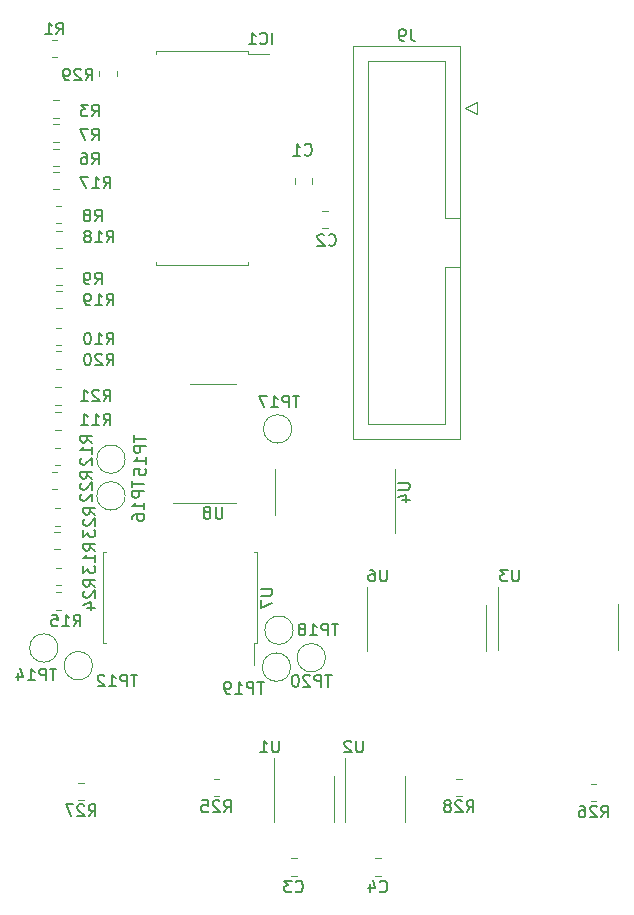
<source format=gbr>
%TF.GenerationSoftware,KiCad,Pcbnew,(6.0.1)*%
%TF.CreationDate,2022-02-13T18:41:53+00:00*%
%TF.ProjectId,module-io,6d6f6475-6c65-42d6-996f-2e6b69636164,rev?*%
%TF.SameCoordinates,Original*%
%TF.FileFunction,Legend,Bot*%
%TF.FilePolarity,Positive*%
%FSLAX46Y46*%
G04 Gerber Fmt 4.6, Leading zero omitted, Abs format (unit mm)*
G04 Created by KiCad (PCBNEW (6.0.1)) date 2022-02-13 18:41:53*
%MOMM*%
%LPD*%
G01*
G04 APERTURE LIST*
%ADD10C,0.150000*%
%ADD11C,0.120000*%
G04 APERTURE END LIST*
D10*
%TO.C,C1*%
X152036666Y-38467142D02*
X152084285Y-38514761D01*
X152227142Y-38562380D01*
X152322380Y-38562380D01*
X152465238Y-38514761D01*
X152560476Y-38419523D01*
X152608095Y-38324285D01*
X152655714Y-38133809D01*
X152655714Y-37990952D01*
X152608095Y-37800476D01*
X152560476Y-37705238D01*
X152465238Y-37610000D01*
X152322380Y-37562380D01*
X152227142Y-37562380D01*
X152084285Y-37610000D01*
X152036666Y-37657619D01*
X151084285Y-38562380D02*
X151655714Y-38562380D01*
X151370000Y-38562380D02*
X151370000Y-37562380D01*
X151465238Y-37705238D01*
X151560476Y-37800476D01*
X151655714Y-37848095D01*
%TO.C,C2*%
X154066666Y-46107142D02*
X154114285Y-46154761D01*
X154257142Y-46202380D01*
X154352380Y-46202380D01*
X154495238Y-46154761D01*
X154590476Y-46059523D01*
X154638095Y-45964285D01*
X154685714Y-45773809D01*
X154685714Y-45630952D01*
X154638095Y-45440476D01*
X154590476Y-45345238D01*
X154495238Y-45250000D01*
X154352380Y-45202380D01*
X154257142Y-45202380D01*
X154114285Y-45250000D01*
X154066666Y-45297619D01*
X153685714Y-45297619D02*
X153638095Y-45250000D01*
X153542857Y-45202380D01*
X153304761Y-45202380D01*
X153209523Y-45250000D01*
X153161904Y-45297619D01*
X153114285Y-45392857D01*
X153114285Y-45488095D01*
X153161904Y-45630952D01*
X153733333Y-46202380D01*
X153114285Y-46202380D01*
%TO.C,C3*%
X151275166Y-100843142D02*
X151322785Y-100890761D01*
X151465642Y-100938380D01*
X151560880Y-100938380D01*
X151703738Y-100890761D01*
X151798976Y-100795523D01*
X151846595Y-100700285D01*
X151894214Y-100509809D01*
X151894214Y-100366952D01*
X151846595Y-100176476D01*
X151798976Y-100081238D01*
X151703738Y-99986000D01*
X151560880Y-99938380D01*
X151465642Y-99938380D01*
X151322785Y-99986000D01*
X151275166Y-100033619D01*
X150941833Y-99938380D02*
X150322785Y-99938380D01*
X150656119Y-100319333D01*
X150513261Y-100319333D01*
X150418023Y-100366952D01*
X150370404Y-100414571D01*
X150322785Y-100509809D01*
X150322785Y-100747904D01*
X150370404Y-100843142D01*
X150418023Y-100890761D01*
X150513261Y-100938380D01*
X150798976Y-100938380D01*
X150894214Y-100890761D01*
X150941833Y-100843142D01*
%TO.C,C4*%
X158408666Y-100843142D02*
X158456285Y-100890761D01*
X158599142Y-100938380D01*
X158694380Y-100938380D01*
X158837238Y-100890761D01*
X158932476Y-100795523D01*
X158980095Y-100700285D01*
X159027714Y-100509809D01*
X159027714Y-100366952D01*
X158980095Y-100176476D01*
X158932476Y-100081238D01*
X158837238Y-99986000D01*
X158694380Y-99938380D01*
X158599142Y-99938380D01*
X158456285Y-99986000D01*
X158408666Y-100033619D01*
X157551523Y-100271714D02*
X157551523Y-100938380D01*
X157789619Y-99890761D02*
X158027714Y-100605047D01*
X157408666Y-100605047D01*
%TO.C,IC1*%
X149312190Y-29154380D02*
X149312190Y-28154380D01*
X148264571Y-29059142D02*
X148312190Y-29106761D01*
X148455047Y-29154380D01*
X148550285Y-29154380D01*
X148693142Y-29106761D01*
X148788380Y-29011523D01*
X148836000Y-28916285D01*
X148883619Y-28725809D01*
X148883619Y-28582952D01*
X148836000Y-28392476D01*
X148788380Y-28297238D01*
X148693142Y-28202000D01*
X148550285Y-28154380D01*
X148455047Y-28154380D01*
X148312190Y-28202000D01*
X148264571Y-28249619D01*
X147312190Y-29154380D02*
X147883619Y-29154380D01*
X147597904Y-29154380D02*
X147597904Y-28154380D01*
X147693142Y-28297238D01*
X147788380Y-28392476D01*
X147883619Y-28440095D01*
%TO.C,J9*%
X161003333Y-27852380D02*
X161003333Y-28566666D01*
X161050952Y-28709523D01*
X161146190Y-28804761D01*
X161289047Y-28852380D01*
X161384285Y-28852380D01*
X160479523Y-28852380D02*
X160289047Y-28852380D01*
X160193809Y-28804761D01*
X160146190Y-28757142D01*
X160050952Y-28614285D01*
X160003333Y-28423809D01*
X160003333Y-28042857D01*
X160050952Y-27947619D01*
X160098571Y-27900000D01*
X160193809Y-27852380D01*
X160384285Y-27852380D01*
X160479523Y-27900000D01*
X160527142Y-27947619D01*
X160574761Y-28042857D01*
X160574761Y-28280952D01*
X160527142Y-28376190D01*
X160479523Y-28423809D01*
X160384285Y-28471428D01*
X160193809Y-28471428D01*
X160098571Y-28423809D01*
X160050952Y-28376190D01*
X160003333Y-28280952D01*
%TO.C,R1*%
X131016666Y-28302380D02*
X131350000Y-27826190D01*
X131588095Y-28302380D02*
X131588095Y-27302380D01*
X131207142Y-27302380D01*
X131111904Y-27350000D01*
X131064285Y-27397619D01*
X131016666Y-27492857D01*
X131016666Y-27635714D01*
X131064285Y-27730952D01*
X131111904Y-27778571D01*
X131207142Y-27826190D01*
X131588095Y-27826190D01*
X130064285Y-28302380D02*
X130635714Y-28302380D01*
X130350000Y-28302380D02*
X130350000Y-27302380D01*
X130445238Y-27445238D01*
X130540476Y-27540476D01*
X130635714Y-27588095D01*
%TO.C,R3*%
X134024666Y-35250380D02*
X134358000Y-34774190D01*
X134596095Y-35250380D02*
X134596095Y-34250380D01*
X134215142Y-34250380D01*
X134119904Y-34298000D01*
X134072285Y-34345619D01*
X134024666Y-34440857D01*
X134024666Y-34583714D01*
X134072285Y-34678952D01*
X134119904Y-34726571D01*
X134215142Y-34774190D01*
X134596095Y-34774190D01*
X133691333Y-34250380D02*
X133072285Y-34250380D01*
X133405619Y-34631333D01*
X133262761Y-34631333D01*
X133167523Y-34678952D01*
X133119904Y-34726571D01*
X133072285Y-34821809D01*
X133072285Y-35059904D01*
X133119904Y-35155142D01*
X133167523Y-35202761D01*
X133262761Y-35250380D01*
X133548476Y-35250380D01*
X133643714Y-35202761D01*
X133691333Y-35155142D01*
%TO.C,R7*%
X134024666Y-37282380D02*
X134358000Y-36806190D01*
X134596095Y-37282380D02*
X134596095Y-36282380D01*
X134215142Y-36282380D01*
X134119904Y-36330000D01*
X134072285Y-36377619D01*
X134024666Y-36472857D01*
X134024666Y-36615714D01*
X134072285Y-36710952D01*
X134119904Y-36758571D01*
X134215142Y-36806190D01*
X134596095Y-36806190D01*
X133691333Y-36282380D02*
X133024666Y-36282380D01*
X133453238Y-37282380D01*
%TO.C,R8*%
X134278666Y-44140380D02*
X134612000Y-43664190D01*
X134850095Y-44140380D02*
X134850095Y-43140380D01*
X134469142Y-43140380D01*
X134373904Y-43188000D01*
X134326285Y-43235619D01*
X134278666Y-43330857D01*
X134278666Y-43473714D01*
X134326285Y-43568952D01*
X134373904Y-43616571D01*
X134469142Y-43664190D01*
X134850095Y-43664190D01*
X133707238Y-43568952D02*
X133802476Y-43521333D01*
X133850095Y-43473714D01*
X133897714Y-43378476D01*
X133897714Y-43330857D01*
X133850095Y-43235619D01*
X133802476Y-43188000D01*
X133707238Y-43140380D01*
X133516761Y-43140380D01*
X133421523Y-43188000D01*
X133373904Y-43235619D01*
X133326285Y-43330857D01*
X133326285Y-43378476D01*
X133373904Y-43473714D01*
X133421523Y-43521333D01*
X133516761Y-43568952D01*
X133707238Y-43568952D01*
X133802476Y-43616571D01*
X133850095Y-43664190D01*
X133897714Y-43759428D01*
X133897714Y-43949904D01*
X133850095Y-44045142D01*
X133802476Y-44092761D01*
X133707238Y-44140380D01*
X133516761Y-44140380D01*
X133421523Y-44092761D01*
X133373904Y-44045142D01*
X133326285Y-43949904D01*
X133326285Y-43759428D01*
X133373904Y-43664190D01*
X133421523Y-43616571D01*
X133516761Y-43568952D01*
%TO.C,R9*%
X134278666Y-49474380D02*
X134612000Y-48998190D01*
X134850095Y-49474380D02*
X134850095Y-48474380D01*
X134469142Y-48474380D01*
X134373904Y-48522000D01*
X134326285Y-48569619D01*
X134278666Y-48664857D01*
X134278666Y-48807714D01*
X134326285Y-48902952D01*
X134373904Y-48950571D01*
X134469142Y-48998190D01*
X134850095Y-48998190D01*
X133802476Y-49474380D02*
X133612000Y-49474380D01*
X133516761Y-49426761D01*
X133469142Y-49379142D01*
X133373904Y-49236285D01*
X133326285Y-49045809D01*
X133326285Y-48664857D01*
X133373904Y-48569619D01*
X133421523Y-48522000D01*
X133516761Y-48474380D01*
X133707238Y-48474380D01*
X133802476Y-48522000D01*
X133850095Y-48569619D01*
X133897714Y-48664857D01*
X133897714Y-48902952D01*
X133850095Y-48998190D01*
X133802476Y-49045809D01*
X133707238Y-49093428D01*
X133516761Y-49093428D01*
X133421523Y-49045809D01*
X133373904Y-48998190D01*
X133326285Y-48902952D01*
%TO.C,R10*%
X135262857Y-54554380D02*
X135596190Y-54078190D01*
X135834285Y-54554380D02*
X135834285Y-53554380D01*
X135453333Y-53554380D01*
X135358095Y-53602000D01*
X135310476Y-53649619D01*
X135262857Y-53744857D01*
X135262857Y-53887714D01*
X135310476Y-53982952D01*
X135358095Y-54030571D01*
X135453333Y-54078190D01*
X135834285Y-54078190D01*
X134310476Y-54554380D02*
X134881904Y-54554380D01*
X134596190Y-54554380D02*
X134596190Y-53554380D01*
X134691428Y-53697238D01*
X134786666Y-53792476D01*
X134881904Y-53840095D01*
X133691428Y-53554380D02*
X133596190Y-53554380D01*
X133500952Y-53602000D01*
X133453333Y-53649619D01*
X133405714Y-53744857D01*
X133358095Y-53935333D01*
X133358095Y-54173428D01*
X133405714Y-54363904D01*
X133453333Y-54459142D01*
X133500952Y-54506761D01*
X133596190Y-54554380D01*
X133691428Y-54554380D01*
X133786666Y-54506761D01*
X133834285Y-54459142D01*
X133881904Y-54363904D01*
X133929523Y-54173428D01*
X133929523Y-53935333D01*
X133881904Y-53744857D01*
X133834285Y-53649619D01*
X133786666Y-53602000D01*
X133691428Y-53554380D01*
%TO.C,R11*%
X135008857Y-61412380D02*
X135342190Y-60936190D01*
X135580285Y-61412380D02*
X135580285Y-60412380D01*
X135199333Y-60412380D01*
X135104095Y-60460000D01*
X135056476Y-60507619D01*
X135008857Y-60602857D01*
X135008857Y-60745714D01*
X135056476Y-60840952D01*
X135104095Y-60888571D01*
X135199333Y-60936190D01*
X135580285Y-60936190D01*
X134056476Y-61412380D02*
X134627904Y-61412380D01*
X134342190Y-61412380D02*
X134342190Y-60412380D01*
X134437428Y-60555238D01*
X134532666Y-60650476D01*
X134627904Y-60698095D01*
X133104095Y-61412380D02*
X133675523Y-61412380D01*
X133389809Y-61412380D02*
X133389809Y-60412380D01*
X133485047Y-60555238D01*
X133580285Y-60650476D01*
X133675523Y-60698095D01*
%TO.C,R12*%
X134052380Y-62857142D02*
X133576190Y-62523809D01*
X134052380Y-62285714D02*
X133052380Y-62285714D01*
X133052380Y-62666666D01*
X133100000Y-62761904D01*
X133147619Y-62809523D01*
X133242857Y-62857142D01*
X133385714Y-62857142D01*
X133480952Y-62809523D01*
X133528571Y-62761904D01*
X133576190Y-62666666D01*
X133576190Y-62285714D01*
X134052380Y-63809523D02*
X134052380Y-63238095D01*
X134052380Y-63523809D02*
X133052380Y-63523809D01*
X133195238Y-63428571D01*
X133290476Y-63333333D01*
X133338095Y-63238095D01*
X133147619Y-64190476D02*
X133100000Y-64238095D01*
X133052380Y-64333333D01*
X133052380Y-64571428D01*
X133100000Y-64666666D01*
X133147619Y-64714285D01*
X133242857Y-64761904D01*
X133338095Y-64761904D01*
X133480952Y-64714285D01*
X134052380Y-64142857D01*
X134052380Y-64761904D01*
%TO.C,R13*%
X134310380Y-72001142D02*
X133834190Y-71667809D01*
X134310380Y-71429714D02*
X133310380Y-71429714D01*
X133310380Y-71810666D01*
X133358000Y-71905904D01*
X133405619Y-71953523D01*
X133500857Y-72001142D01*
X133643714Y-72001142D01*
X133738952Y-71953523D01*
X133786571Y-71905904D01*
X133834190Y-71810666D01*
X133834190Y-71429714D01*
X134310380Y-72953523D02*
X134310380Y-72382095D01*
X134310380Y-72667809D02*
X133310380Y-72667809D01*
X133453238Y-72572571D01*
X133548476Y-72477333D01*
X133596095Y-72382095D01*
X133310380Y-73286857D02*
X133310380Y-73905904D01*
X133691333Y-73572571D01*
X133691333Y-73715428D01*
X133738952Y-73810666D01*
X133786571Y-73858285D01*
X133881809Y-73905904D01*
X134119904Y-73905904D01*
X134215142Y-73858285D01*
X134262761Y-73810666D01*
X134310380Y-73715428D01*
X134310380Y-73429714D01*
X134262761Y-73334476D01*
X134215142Y-73286857D01*
%TO.C,R15*%
X132468857Y-78430380D02*
X132802190Y-77954190D01*
X133040285Y-78430380D02*
X133040285Y-77430380D01*
X132659333Y-77430380D01*
X132564095Y-77478000D01*
X132516476Y-77525619D01*
X132468857Y-77620857D01*
X132468857Y-77763714D01*
X132516476Y-77858952D01*
X132564095Y-77906571D01*
X132659333Y-77954190D01*
X133040285Y-77954190D01*
X131516476Y-78430380D02*
X132087904Y-78430380D01*
X131802190Y-78430380D02*
X131802190Y-77430380D01*
X131897428Y-77573238D01*
X131992666Y-77668476D01*
X132087904Y-77716095D01*
X130611714Y-77430380D02*
X131087904Y-77430380D01*
X131135523Y-77906571D01*
X131087904Y-77858952D01*
X130992666Y-77811333D01*
X130754571Y-77811333D01*
X130659333Y-77858952D01*
X130611714Y-77906571D01*
X130564095Y-78001809D01*
X130564095Y-78239904D01*
X130611714Y-78335142D01*
X130659333Y-78382761D01*
X130754571Y-78430380D01*
X130992666Y-78430380D01*
X131087904Y-78382761D01*
X131135523Y-78335142D01*
%TO.C,R17*%
X135008857Y-41346380D02*
X135342190Y-40870190D01*
X135580285Y-41346380D02*
X135580285Y-40346380D01*
X135199333Y-40346380D01*
X135104095Y-40394000D01*
X135056476Y-40441619D01*
X135008857Y-40536857D01*
X135008857Y-40679714D01*
X135056476Y-40774952D01*
X135104095Y-40822571D01*
X135199333Y-40870190D01*
X135580285Y-40870190D01*
X134056476Y-41346380D02*
X134627904Y-41346380D01*
X134342190Y-41346380D02*
X134342190Y-40346380D01*
X134437428Y-40489238D01*
X134532666Y-40584476D01*
X134627904Y-40632095D01*
X133723142Y-40346380D02*
X133056476Y-40346380D01*
X133485047Y-41346380D01*
%TO.C,R18*%
X135262857Y-45918380D02*
X135596190Y-45442190D01*
X135834285Y-45918380D02*
X135834285Y-44918380D01*
X135453333Y-44918380D01*
X135358095Y-44966000D01*
X135310476Y-45013619D01*
X135262857Y-45108857D01*
X135262857Y-45251714D01*
X135310476Y-45346952D01*
X135358095Y-45394571D01*
X135453333Y-45442190D01*
X135834285Y-45442190D01*
X134310476Y-45918380D02*
X134881904Y-45918380D01*
X134596190Y-45918380D02*
X134596190Y-44918380D01*
X134691428Y-45061238D01*
X134786666Y-45156476D01*
X134881904Y-45204095D01*
X133739047Y-45346952D02*
X133834285Y-45299333D01*
X133881904Y-45251714D01*
X133929523Y-45156476D01*
X133929523Y-45108857D01*
X133881904Y-45013619D01*
X133834285Y-44966000D01*
X133739047Y-44918380D01*
X133548571Y-44918380D01*
X133453333Y-44966000D01*
X133405714Y-45013619D01*
X133358095Y-45108857D01*
X133358095Y-45156476D01*
X133405714Y-45251714D01*
X133453333Y-45299333D01*
X133548571Y-45346952D01*
X133739047Y-45346952D01*
X133834285Y-45394571D01*
X133881904Y-45442190D01*
X133929523Y-45537428D01*
X133929523Y-45727904D01*
X133881904Y-45823142D01*
X133834285Y-45870761D01*
X133739047Y-45918380D01*
X133548571Y-45918380D01*
X133453333Y-45870761D01*
X133405714Y-45823142D01*
X133358095Y-45727904D01*
X133358095Y-45537428D01*
X133405714Y-45442190D01*
X133453333Y-45394571D01*
X133548571Y-45346952D01*
%TO.C,R19*%
X135262857Y-51252380D02*
X135596190Y-50776190D01*
X135834285Y-51252380D02*
X135834285Y-50252380D01*
X135453333Y-50252380D01*
X135358095Y-50300000D01*
X135310476Y-50347619D01*
X135262857Y-50442857D01*
X135262857Y-50585714D01*
X135310476Y-50680952D01*
X135358095Y-50728571D01*
X135453333Y-50776190D01*
X135834285Y-50776190D01*
X134310476Y-51252380D02*
X134881904Y-51252380D01*
X134596190Y-51252380D02*
X134596190Y-50252380D01*
X134691428Y-50395238D01*
X134786666Y-50490476D01*
X134881904Y-50538095D01*
X133834285Y-51252380D02*
X133643809Y-51252380D01*
X133548571Y-51204761D01*
X133500952Y-51157142D01*
X133405714Y-51014285D01*
X133358095Y-50823809D01*
X133358095Y-50442857D01*
X133405714Y-50347619D01*
X133453333Y-50300000D01*
X133548571Y-50252380D01*
X133739047Y-50252380D01*
X133834285Y-50300000D01*
X133881904Y-50347619D01*
X133929523Y-50442857D01*
X133929523Y-50680952D01*
X133881904Y-50776190D01*
X133834285Y-50823809D01*
X133739047Y-50871428D01*
X133548571Y-50871428D01*
X133453333Y-50823809D01*
X133405714Y-50776190D01*
X133358095Y-50680952D01*
%TO.C,R20*%
X135262857Y-56332380D02*
X135596190Y-55856190D01*
X135834285Y-56332380D02*
X135834285Y-55332380D01*
X135453333Y-55332380D01*
X135358095Y-55380000D01*
X135310476Y-55427619D01*
X135262857Y-55522857D01*
X135262857Y-55665714D01*
X135310476Y-55760952D01*
X135358095Y-55808571D01*
X135453333Y-55856190D01*
X135834285Y-55856190D01*
X134881904Y-55427619D02*
X134834285Y-55380000D01*
X134739047Y-55332380D01*
X134500952Y-55332380D01*
X134405714Y-55380000D01*
X134358095Y-55427619D01*
X134310476Y-55522857D01*
X134310476Y-55618095D01*
X134358095Y-55760952D01*
X134929523Y-56332380D01*
X134310476Y-56332380D01*
X133691428Y-55332380D02*
X133596190Y-55332380D01*
X133500952Y-55380000D01*
X133453333Y-55427619D01*
X133405714Y-55522857D01*
X133358095Y-55713333D01*
X133358095Y-55951428D01*
X133405714Y-56141904D01*
X133453333Y-56237142D01*
X133500952Y-56284761D01*
X133596190Y-56332380D01*
X133691428Y-56332380D01*
X133786666Y-56284761D01*
X133834285Y-56237142D01*
X133881904Y-56141904D01*
X133929523Y-55951428D01*
X133929523Y-55713333D01*
X133881904Y-55522857D01*
X133834285Y-55427619D01*
X133786666Y-55380000D01*
X133691428Y-55332380D01*
%TO.C,R21*%
X135008857Y-59380380D02*
X135342190Y-58904190D01*
X135580285Y-59380380D02*
X135580285Y-58380380D01*
X135199333Y-58380380D01*
X135104095Y-58428000D01*
X135056476Y-58475619D01*
X135008857Y-58570857D01*
X135008857Y-58713714D01*
X135056476Y-58808952D01*
X135104095Y-58856571D01*
X135199333Y-58904190D01*
X135580285Y-58904190D01*
X134627904Y-58475619D02*
X134580285Y-58428000D01*
X134485047Y-58380380D01*
X134246952Y-58380380D01*
X134151714Y-58428000D01*
X134104095Y-58475619D01*
X134056476Y-58570857D01*
X134056476Y-58666095D01*
X134104095Y-58808952D01*
X134675523Y-59380380D01*
X134056476Y-59380380D01*
X133104095Y-59380380D02*
X133675523Y-59380380D01*
X133389809Y-59380380D02*
X133389809Y-58380380D01*
X133485047Y-58523238D01*
X133580285Y-58618476D01*
X133675523Y-58666095D01*
%TO.C,R22*%
X134056380Y-65905142D02*
X133580190Y-65571809D01*
X134056380Y-65333714D02*
X133056380Y-65333714D01*
X133056380Y-65714666D01*
X133104000Y-65809904D01*
X133151619Y-65857523D01*
X133246857Y-65905142D01*
X133389714Y-65905142D01*
X133484952Y-65857523D01*
X133532571Y-65809904D01*
X133580190Y-65714666D01*
X133580190Y-65333714D01*
X133151619Y-66286095D02*
X133104000Y-66333714D01*
X133056380Y-66428952D01*
X133056380Y-66667047D01*
X133104000Y-66762285D01*
X133151619Y-66809904D01*
X133246857Y-66857523D01*
X133342095Y-66857523D01*
X133484952Y-66809904D01*
X134056380Y-66238476D01*
X134056380Y-66857523D01*
X133151619Y-67238476D02*
X133104000Y-67286095D01*
X133056380Y-67381333D01*
X133056380Y-67619428D01*
X133104000Y-67714666D01*
X133151619Y-67762285D01*
X133246857Y-67809904D01*
X133342095Y-67809904D01*
X133484952Y-67762285D01*
X134056380Y-67190857D01*
X134056380Y-67809904D01*
%TO.C,R23*%
X134310380Y-68953142D02*
X133834190Y-68619809D01*
X134310380Y-68381714D02*
X133310380Y-68381714D01*
X133310380Y-68762666D01*
X133358000Y-68857904D01*
X133405619Y-68905523D01*
X133500857Y-68953142D01*
X133643714Y-68953142D01*
X133738952Y-68905523D01*
X133786571Y-68857904D01*
X133834190Y-68762666D01*
X133834190Y-68381714D01*
X133405619Y-69334095D02*
X133358000Y-69381714D01*
X133310380Y-69476952D01*
X133310380Y-69715047D01*
X133358000Y-69810285D01*
X133405619Y-69857904D01*
X133500857Y-69905523D01*
X133596095Y-69905523D01*
X133738952Y-69857904D01*
X134310380Y-69286476D01*
X134310380Y-69905523D01*
X133310380Y-70238857D02*
X133310380Y-70857904D01*
X133691333Y-70524571D01*
X133691333Y-70667428D01*
X133738952Y-70762666D01*
X133786571Y-70810285D01*
X133881809Y-70857904D01*
X134119904Y-70857904D01*
X134215142Y-70810285D01*
X134262761Y-70762666D01*
X134310380Y-70667428D01*
X134310380Y-70381714D01*
X134262761Y-70286476D01*
X134215142Y-70238857D01*
%TO.C,R24*%
X134310380Y-75049142D02*
X133834190Y-74715809D01*
X134310380Y-74477714D02*
X133310380Y-74477714D01*
X133310380Y-74858666D01*
X133358000Y-74953904D01*
X133405619Y-75001523D01*
X133500857Y-75049142D01*
X133643714Y-75049142D01*
X133738952Y-75001523D01*
X133786571Y-74953904D01*
X133834190Y-74858666D01*
X133834190Y-74477714D01*
X133405619Y-75430095D02*
X133358000Y-75477714D01*
X133310380Y-75572952D01*
X133310380Y-75811047D01*
X133358000Y-75906285D01*
X133405619Y-75953904D01*
X133500857Y-76001523D01*
X133596095Y-76001523D01*
X133738952Y-75953904D01*
X134310380Y-75382476D01*
X134310380Y-76001523D01*
X133643714Y-76858666D02*
X134310380Y-76858666D01*
X133262761Y-76620571D02*
X133977047Y-76382476D01*
X133977047Y-77001523D01*
%TO.C,R25*%
X145192857Y-94152380D02*
X145526190Y-93676190D01*
X145764285Y-94152380D02*
X145764285Y-93152380D01*
X145383333Y-93152380D01*
X145288095Y-93200000D01*
X145240476Y-93247619D01*
X145192857Y-93342857D01*
X145192857Y-93485714D01*
X145240476Y-93580952D01*
X145288095Y-93628571D01*
X145383333Y-93676190D01*
X145764285Y-93676190D01*
X144811904Y-93247619D02*
X144764285Y-93200000D01*
X144669047Y-93152380D01*
X144430952Y-93152380D01*
X144335714Y-93200000D01*
X144288095Y-93247619D01*
X144240476Y-93342857D01*
X144240476Y-93438095D01*
X144288095Y-93580952D01*
X144859523Y-94152380D01*
X144240476Y-94152380D01*
X143335714Y-93152380D02*
X143811904Y-93152380D01*
X143859523Y-93628571D01*
X143811904Y-93580952D01*
X143716666Y-93533333D01*
X143478571Y-93533333D01*
X143383333Y-93580952D01*
X143335714Y-93628571D01*
X143288095Y-93723809D01*
X143288095Y-93961904D01*
X143335714Y-94057142D01*
X143383333Y-94104761D01*
X143478571Y-94152380D01*
X143716666Y-94152380D01*
X143811904Y-94104761D01*
X143859523Y-94057142D01*
%TO.C,R27*%
X133742857Y-94502380D02*
X134076190Y-94026190D01*
X134314285Y-94502380D02*
X134314285Y-93502380D01*
X133933333Y-93502380D01*
X133838095Y-93550000D01*
X133790476Y-93597619D01*
X133742857Y-93692857D01*
X133742857Y-93835714D01*
X133790476Y-93930952D01*
X133838095Y-93978571D01*
X133933333Y-94026190D01*
X134314285Y-94026190D01*
X133361904Y-93597619D02*
X133314285Y-93550000D01*
X133219047Y-93502380D01*
X132980952Y-93502380D01*
X132885714Y-93550000D01*
X132838095Y-93597619D01*
X132790476Y-93692857D01*
X132790476Y-93788095D01*
X132838095Y-93930952D01*
X133409523Y-94502380D01*
X132790476Y-94502380D01*
X132457142Y-93502380D02*
X131790476Y-93502380D01*
X132219047Y-94502380D01*
%TO.C,R28*%
X165742857Y-94152380D02*
X166076190Y-93676190D01*
X166314285Y-94152380D02*
X166314285Y-93152380D01*
X165933333Y-93152380D01*
X165838095Y-93200000D01*
X165790476Y-93247619D01*
X165742857Y-93342857D01*
X165742857Y-93485714D01*
X165790476Y-93580952D01*
X165838095Y-93628571D01*
X165933333Y-93676190D01*
X166314285Y-93676190D01*
X165361904Y-93247619D02*
X165314285Y-93200000D01*
X165219047Y-93152380D01*
X164980952Y-93152380D01*
X164885714Y-93200000D01*
X164838095Y-93247619D01*
X164790476Y-93342857D01*
X164790476Y-93438095D01*
X164838095Y-93580952D01*
X165409523Y-94152380D01*
X164790476Y-94152380D01*
X164219047Y-93580952D02*
X164314285Y-93533333D01*
X164361904Y-93485714D01*
X164409523Y-93390476D01*
X164409523Y-93342857D01*
X164361904Y-93247619D01*
X164314285Y-93200000D01*
X164219047Y-93152380D01*
X164028571Y-93152380D01*
X163933333Y-93200000D01*
X163885714Y-93247619D01*
X163838095Y-93342857D01*
X163838095Y-93390476D01*
X163885714Y-93485714D01*
X163933333Y-93533333D01*
X164028571Y-93580952D01*
X164219047Y-93580952D01*
X164314285Y-93628571D01*
X164361904Y-93676190D01*
X164409523Y-93771428D01*
X164409523Y-93961904D01*
X164361904Y-94057142D01*
X164314285Y-94104761D01*
X164219047Y-94152380D01*
X164028571Y-94152380D01*
X163933333Y-94104761D01*
X163885714Y-94057142D01*
X163838095Y-93961904D01*
X163838095Y-93771428D01*
X163885714Y-93676190D01*
X163933333Y-93628571D01*
X164028571Y-93580952D01*
%TO.C,R29*%
X133484857Y-32202380D02*
X133818190Y-31726190D01*
X134056285Y-32202380D02*
X134056285Y-31202380D01*
X133675333Y-31202380D01*
X133580095Y-31250000D01*
X133532476Y-31297619D01*
X133484857Y-31392857D01*
X133484857Y-31535714D01*
X133532476Y-31630952D01*
X133580095Y-31678571D01*
X133675333Y-31726190D01*
X134056285Y-31726190D01*
X133103904Y-31297619D02*
X133056285Y-31250000D01*
X132961047Y-31202380D01*
X132722952Y-31202380D01*
X132627714Y-31250000D01*
X132580095Y-31297619D01*
X132532476Y-31392857D01*
X132532476Y-31488095D01*
X132580095Y-31630952D01*
X133151523Y-32202380D01*
X132532476Y-32202380D01*
X132056285Y-32202380D02*
X131865809Y-32202380D01*
X131770571Y-32154761D01*
X131722952Y-32107142D01*
X131627714Y-31964285D01*
X131580095Y-31773809D01*
X131580095Y-31392857D01*
X131627714Y-31297619D01*
X131675333Y-31250000D01*
X131770571Y-31202380D01*
X131961047Y-31202380D01*
X132056285Y-31250000D01*
X132103904Y-31297619D01*
X132151523Y-31392857D01*
X132151523Y-31630952D01*
X132103904Y-31726190D01*
X132056285Y-31773809D01*
X131961047Y-31821428D01*
X131770571Y-31821428D01*
X131675333Y-31773809D01*
X131627714Y-31726190D01*
X131580095Y-31630952D01*
%TO.C,TP12*%
X137882095Y-82510380D02*
X137310666Y-82510380D01*
X137596380Y-83510380D02*
X137596380Y-82510380D01*
X136977333Y-83510380D02*
X136977333Y-82510380D01*
X136596380Y-82510380D01*
X136501142Y-82558000D01*
X136453523Y-82605619D01*
X136405904Y-82700857D01*
X136405904Y-82843714D01*
X136453523Y-82938952D01*
X136501142Y-82986571D01*
X136596380Y-83034190D01*
X136977333Y-83034190D01*
X135453523Y-83510380D02*
X136024952Y-83510380D01*
X135739238Y-83510380D02*
X135739238Y-82510380D01*
X135834476Y-82653238D01*
X135929714Y-82748476D01*
X136024952Y-82796095D01*
X135072571Y-82605619D02*
X135024952Y-82558000D01*
X134929714Y-82510380D01*
X134691619Y-82510380D01*
X134596380Y-82558000D01*
X134548761Y-82605619D01*
X134501142Y-82700857D01*
X134501142Y-82796095D01*
X134548761Y-82938952D01*
X135120190Y-83510380D01*
X134501142Y-83510380D01*
%TO.C,TP14*%
X131024095Y-82002380D02*
X130452666Y-82002380D01*
X130738380Y-83002380D02*
X130738380Y-82002380D01*
X130119333Y-83002380D02*
X130119333Y-82002380D01*
X129738380Y-82002380D01*
X129643142Y-82050000D01*
X129595523Y-82097619D01*
X129547904Y-82192857D01*
X129547904Y-82335714D01*
X129595523Y-82430952D01*
X129643142Y-82478571D01*
X129738380Y-82526190D01*
X130119333Y-82526190D01*
X128595523Y-83002380D02*
X129166952Y-83002380D01*
X128881238Y-83002380D02*
X128881238Y-82002380D01*
X128976476Y-82145238D01*
X129071714Y-82240476D01*
X129166952Y-82288095D01*
X127738380Y-82335714D02*
X127738380Y-83002380D01*
X127976476Y-81954761D02*
X128214571Y-82669047D01*
X127595523Y-82669047D01*
%TO.C,TP15*%
X137597380Y-62260904D02*
X137597380Y-62832333D01*
X138597380Y-62546619D02*
X137597380Y-62546619D01*
X138597380Y-63165666D02*
X137597380Y-63165666D01*
X137597380Y-63546619D01*
X137645000Y-63641857D01*
X137692619Y-63689476D01*
X137787857Y-63737095D01*
X137930714Y-63737095D01*
X138025952Y-63689476D01*
X138073571Y-63641857D01*
X138121190Y-63546619D01*
X138121190Y-63165666D01*
X138597380Y-64689476D02*
X138597380Y-64118047D01*
X138597380Y-64403761D02*
X137597380Y-64403761D01*
X137740238Y-64308523D01*
X137835476Y-64213285D01*
X137883095Y-64118047D01*
X137597380Y-65594238D02*
X137597380Y-65118047D01*
X138073571Y-65070428D01*
X138025952Y-65118047D01*
X137978333Y-65213285D01*
X137978333Y-65451380D01*
X138025952Y-65546619D01*
X138073571Y-65594238D01*
X138168809Y-65641857D01*
X138406904Y-65641857D01*
X138502142Y-65594238D01*
X138549761Y-65546619D01*
X138597380Y-65451380D01*
X138597380Y-65213285D01*
X138549761Y-65118047D01*
X138502142Y-65070428D01*
%TO.C,TP16*%
X137452380Y-66079904D02*
X137452380Y-66651333D01*
X138452380Y-66365619D02*
X137452380Y-66365619D01*
X138452380Y-66984666D02*
X137452380Y-66984666D01*
X137452380Y-67365619D01*
X137500000Y-67460857D01*
X137547619Y-67508476D01*
X137642857Y-67556095D01*
X137785714Y-67556095D01*
X137880952Y-67508476D01*
X137928571Y-67460857D01*
X137976190Y-67365619D01*
X137976190Y-66984666D01*
X138452380Y-68508476D02*
X138452380Y-67937047D01*
X138452380Y-68222761D02*
X137452380Y-68222761D01*
X137595238Y-68127523D01*
X137690476Y-68032285D01*
X137738095Y-67937047D01*
X137452380Y-69365619D02*
X137452380Y-69175142D01*
X137500000Y-69079904D01*
X137547619Y-69032285D01*
X137690476Y-68937047D01*
X137880952Y-68889428D01*
X138261904Y-68889428D01*
X138357142Y-68937047D01*
X138404761Y-68984666D01*
X138452380Y-69079904D01*
X138452380Y-69270380D01*
X138404761Y-69365619D01*
X138357142Y-69413238D01*
X138261904Y-69460857D01*
X138023809Y-69460857D01*
X137928571Y-69413238D01*
X137880952Y-69365619D01*
X137833333Y-69270380D01*
X137833333Y-69079904D01*
X137880952Y-68984666D01*
X137928571Y-68937047D01*
X138023809Y-68889428D01*
%TO.C,TP18*%
X154900095Y-78192380D02*
X154328666Y-78192380D01*
X154614380Y-79192380D02*
X154614380Y-78192380D01*
X153995333Y-79192380D02*
X153995333Y-78192380D01*
X153614380Y-78192380D01*
X153519142Y-78240000D01*
X153471523Y-78287619D01*
X153423904Y-78382857D01*
X153423904Y-78525714D01*
X153471523Y-78620952D01*
X153519142Y-78668571D01*
X153614380Y-78716190D01*
X153995333Y-78716190D01*
X152471523Y-79192380D02*
X153042952Y-79192380D01*
X152757238Y-79192380D02*
X152757238Y-78192380D01*
X152852476Y-78335238D01*
X152947714Y-78430476D01*
X153042952Y-78478095D01*
X151900095Y-78620952D02*
X151995333Y-78573333D01*
X152042952Y-78525714D01*
X152090571Y-78430476D01*
X152090571Y-78382857D01*
X152042952Y-78287619D01*
X151995333Y-78240000D01*
X151900095Y-78192380D01*
X151709619Y-78192380D01*
X151614380Y-78240000D01*
X151566761Y-78287619D01*
X151519142Y-78382857D01*
X151519142Y-78430476D01*
X151566761Y-78525714D01*
X151614380Y-78573333D01*
X151709619Y-78620952D01*
X151900095Y-78620952D01*
X151995333Y-78668571D01*
X152042952Y-78716190D01*
X152090571Y-78811428D01*
X152090571Y-79001904D01*
X152042952Y-79097142D01*
X151995333Y-79144761D01*
X151900095Y-79192380D01*
X151709619Y-79192380D01*
X151614380Y-79144761D01*
X151566761Y-79097142D01*
X151519142Y-79001904D01*
X151519142Y-78811428D01*
X151566761Y-78716190D01*
X151614380Y-78668571D01*
X151709619Y-78620952D01*
%TO.C,TP19*%
X148594095Y-83105380D02*
X148022666Y-83105380D01*
X148308380Y-84105380D02*
X148308380Y-83105380D01*
X147689333Y-84105380D02*
X147689333Y-83105380D01*
X147308380Y-83105380D01*
X147213142Y-83153000D01*
X147165523Y-83200619D01*
X147117904Y-83295857D01*
X147117904Y-83438714D01*
X147165523Y-83533952D01*
X147213142Y-83581571D01*
X147308380Y-83629190D01*
X147689333Y-83629190D01*
X146165523Y-84105380D02*
X146736952Y-84105380D01*
X146451238Y-84105380D02*
X146451238Y-83105380D01*
X146546476Y-83248238D01*
X146641714Y-83343476D01*
X146736952Y-83391095D01*
X145689333Y-84105380D02*
X145498857Y-84105380D01*
X145403619Y-84057761D01*
X145356000Y-84010142D01*
X145260761Y-83867285D01*
X145213142Y-83676809D01*
X145213142Y-83295857D01*
X145260761Y-83200619D01*
X145308380Y-83153000D01*
X145403619Y-83105380D01*
X145594095Y-83105380D01*
X145689333Y-83153000D01*
X145736952Y-83200619D01*
X145784571Y-83295857D01*
X145784571Y-83533952D01*
X145736952Y-83629190D01*
X145689333Y-83676809D01*
X145594095Y-83724428D01*
X145403619Y-83724428D01*
X145308380Y-83676809D01*
X145260761Y-83629190D01*
X145213142Y-83533952D01*
%TO.C,U1*%
X149859904Y-88098380D02*
X149859904Y-88907904D01*
X149812285Y-89003142D01*
X149764666Y-89050761D01*
X149669428Y-89098380D01*
X149478952Y-89098380D01*
X149383714Y-89050761D01*
X149336095Y-89003142D01*
X149288476Y-88907904D01*
X149288476Y-88098380D01*
X148288476Y-89098380D02*
X148859904Y-89098380D01*
X148574190Y-89098380D02*
X148574190Y-88098380D01*
X148669428Y-88241238D01*
X148764666Y-88336476D01*
X148859904Y-88384095D01*
%TO.C,U2*%
X156971904Y-88098380D02*
X156971904Y-88907904D01*
X156924285Y-89003142D01*
X156876666Y-89050761D01*
X156781428Y-89098380D01*
X156590952Y-89098380D01*
X156495714Y-89050761D01*
X156448095Y-89003142D01*
X156400476Y-88907904D01*
X156400476Y-88098380D01*
X155971904Y-88193619D02*
X155924285Y-88146000D01*
X155829047Y-88098380D01*
X155590952Y-88098380D01*
X155495714Y-88146000D01*
X155448095Y-88193619D01*
X155400476Y-88288857D01*
X155400476Y-88384095D01*
X155448095Y-88526952D01*
X156019523Y-89098380D01*
X155400476Y-89098380D01*
%TO.C,U3*%
X170179904Y-73620380D02*
X170179904Y-74429904D01*
X170132285Y-74525142D01*
X170084666Y-74572761D01*
X169989428Y-74620380D01*
X169798952Y-74620380D01*
X169703714Y-74572761D01*
X169656095Y-74525142D01*
X169608476Y-74429904D01*
X169608476Y-73620380D01*
X169227523Y-73620380D02*
X168608476Y-73620380D01*
X168941809Y-74001333D01*
X168798952Y-74001333D01*
X168703714Y-74048952D01*
X168656095Y-74096571D01*
X168608476Y-74191809D01*
X168608476Y-74429904D01*
X168656095Y-74525142D01*
X168703714Y-74572761D01*
X168798952Y-74620380D01*
X169084666Y-74620380D01*
X169179904Y-74572761D01*
X169227523Y-74525142D01*
%TO.C,U4*%
X159947380Y-66263095D02*
X160756904Y-66263095D01*
X160852142Y-66310714D01*
X160899761Y-66358333D01*
X160947380Y-66453571D01*
X160947380Y-66644047D01*
X160899761Y-66739285D01*
X160852142Y-66786904D01*
X160756904Y-66834523D01*
X159947380Y-66834523D01*
X160280714Y-67739285D02*
X160947380Y-67739285D01*
X159899761Y-67501190D02*
X160614047Y-67263095D01*
X160614047Y-67882142D01*
%TO.C,U6*%
X159003904Y-73620380D02*
X159003904Y-74429904D01*
X158956285Y-74525142D01*
X158908666Y-74572761D01*
X158813428Y-74620380D01*
X158622952Y-74620380D01*
X158527714Y-74572761D01*
X158480095Y-74525142D01*
X158432476Y-74429904D01*
X158432476Y-73620380D01*
X157527714Y-73620380D02*
X157718190Y-73620380D01*
X157813428Y-73668000D01*
X157861047Y-73715619D01*
X157956285Y-73858476D01*
X158003904Y-74048952D01*
X158003904Y-74429904D01*
X157956285Y-74525142D01*
X157908666Y-74572761D01*
X157813428Y-74620380D01*
X157622952Y-74620380D01*
X157527714Y-74572761D01*
X157480095Y-74525142D01*
X157432476Y-74429904D01*
X157432476Y-74191809D01*
X157480095Y-74096571D01*
X157527714Y-74048952D01*
X157622952Y-74001333D01*
X157813428Y-74001333D01*
X157908666Y-74048952D01*
X157956285Y-74096571D01*
X158003904Y-74191809D01*
%TO.C,U8*%
X145061904Y-68302380D02*
X145061904Y-69111904D01*
X145014285Y-69207142D01*
X144966666Y-69254761D01*
X144871428Y-69302380D01*
X144680952Y-69302380D01*
X144585714Y-69254761D01*
X144538095Y-69207142D01*
X144490476Y-69111904D01*
X144490476Y-68302380D01*
X143871428Y-68730952D02*
X143966666Y-68683333D01*
X144014285Y-68635714D01*
X144061904Y-68540476D01*
X144061904Y-68492857D01*
X144014285Y-68397619D01*
X143966666Y-68350000D01*
X143871428Y-68302380D01*
X143680952Y-68302380D01*
X143585714Y-68350000D01*
X143538095Y-68397619D01*
X143490476Y-68492857D01*
X143490476Y-68540476D01*
X143538095Y-68635714D01*
X143585714Y-68683333D01*
X143680952Y-68730952D01*
X143871428Y-68730952D01*
X143966666Y-68778571D01*
X144014285Y-68826190D01*
X144061904Y-68921428D01*
X144061904Y-69111904D01*
X144014285Y-69207142D01*
X143966666Y-69254761D01*
X143871428Y-69302380D01*
X143680952Y-69302380D01*
X143585714Y-69254761D01*
X143538095Y-69207142D01*
X143490476Y-69111904D01*
X143490476Y-68921428D01*
X143538095Y-68826190D01*
X143585714Y-68778571D01*
X143680952Y-68730952D01*
%TO.C,R26*%
X177142857Y-94602380D02*
X177476190Y-94126190D01*
X177714285Y-94602380D02*
X177714285Y-93602380D01*
X177333333Y-93602380D01*
X177238095Y-93650000D01*
X177190476Y-93697619D01*
X177142857Y-93792857D01*
X177142857Y-93935714D01*
X177190476Y-94030952D01*
X177238095Y-94078571D01*
X177333333Y-94126190D01*
X177714285Y-94126190D01*
X176761904Y-93697619D02*
X176714285Y-93650000D01*
X176619047Y-93602380D01*
X176380952Y-93602380D01*
X176285714Y-93650000D01*
X176238095Y-93697619D01*
X176190476Y-93792857D01*
X176190476Y-93888095D01*
X176238095Y-94030952D01*
X176809523Y-94602380D01*
X176190476Y-94602380D01*
X175333333Y-93602380D02*
X175523809Y-93602380D01*
X175619047Y-93650000D01*
X175666666Y-93697619D01*
X175761904Y-93840476D01*
X175809523Y-94030952D01*
X175809523Y-94411904D01*
X175761904Y-94507142D01*
X175714285Y-94554761D01*
X175619047Y-94602380D01*
X175428571Y-94602380D01*
X175333333Y-94554761D01*
X175285714Y-94507142D01*
X175238095Y-94411904D01*
X175238095Y-94173809D01*
X175285714Y-94078571D01*
X175333333Y-94030952D01*
X175428571Y-93983333D01*
X175619047Y-93983333D01*
X175714285Y-94030952D01*
X175761904Y-94078571D01*
X175809523Y-94173809D01*
%TO.C,U7*%
X148302380Y-75238095D02*
X149111904Y-75238095D01*
X149207142Y-75285714D01*
X149254761Y-75333333D01*
X149302380Y-75428571D01*
X149302380Y-75619047D01*
X149254761Y-75714285D01*
X149207142Y-75761904D01*
X149111904Y-75809523D01*
X148302380Y-75809523D01*
X148302380Y-76190476D02*
X148302380Y-76857142D01*
X149302380Y-76428571D01*
%TO.C,TP20*%
X154338095Y-82525380D02*
X153766666Y-82525380D01*
X154052380Y-83525380D02*
X154052380Y-82525380D01*
X153433333Y-83525380D02*
X153433333Y-82525380D01*
X153052380Y-82525380D01*
X152957142Y-82573000D01*
X152909523Y-82620619D01*
X152861904Y-82715857D01*
X152861904Y-82858714D01*
X152909523Y-82953952D01*
X152957142Y-83001571D01*
X153052380Y-83049190D01*
X153433333Y-83049190D01*
X152480952Y-82620619D02*
X152433333Y-82573000D01*
X152338095Y-82525380D01*
X152100000Y-82525380D01*
X152004761Y-82573000D01*
X151957142Y-82620619D01*
X151909523Y-82715857D01*
X151909523Y-82811095D01*
X151957142Y-82953952D01*
X152528571Y-83525380D01*
X151909523Y-83525380D01*
X151290476Y-82525380D02*
X151195238Y-82525380D01*
X151100000Y-82573000D01*
X151052380Y-82620619D01*
X151004761Y-82715857D01*
X150957142Y-82906333D01*
X150957142Y-83144428D01*
X151004761Y-83334904D01*
X151052380Y-83430142D01*
X151100000Y-83477761D01*
X151195238Y-83525380D01*
X151290476Y-83525380D01*
X151385714Y-83477761D01*
X151433333Y-83430142D01*
X151480952Y-83334904D01*
X151528571Y-83144428D01*
X151528571Y-82906333D01*
X151480952Y-82715857D01*
X151433333Y-82620619D01*
X151385714Y-82573000D01*
X151290476Y-82525380D01*
%TO.C,TP17*%
X151598095Y-58888380D02*
X151026666Y-58888380D01*
X151312380Y-59888380D02*
X151312380Y-58888380D01*
X150693333Y-59888380D02*
X150693333Y-58888380D01*
X150312380Y-58888380D01*
X150217142Y-58936000D01*
X150169523Y-58983619D01*
X150121904Y-59078857D01*
X150121904Y-59221714D01*
X150169523Y-59316952D01*
X150217142Y-59364571D01*
X150312380Y-59412190D01*
X150693333Y-59412190D01*
X149169523Y-59888380D02*
X149740952Y-59888380D01*
X149455238Y-59888380D02*
X149455238Y-58888380D01*
X149550476Y-59031238D01*
X149645714Y-59126476D01*
X149740952Y-59174095D01*
X148836190Y-58888380D02*
X148169523Y-58888380D01*
X148598095Y-59888380D01*
%TO.C,R6*%
X134024666Y-39314380D02*
X134358000Y-38838190D01*
X134596095Y-39314380D02*
X134596095Y-38314380D01*
X134215142Y-38314380D01*
X134119904Y-38362000D01*
X134072285Y-38409619D01*
X134024666Y-38504857D01*
X134024666Y-38647714D01*
X134072285Y-38742952D01*
X134119904Y-38790571D01*
X134215142Y-38838190D01*
X134596095Y-38838190D01*
X133167523Y-38314380D02*
X133358000Y-38314380D01*
X133453238Y-38362000D01*
X133500857Y-38409619D01*
X133596095Y-38552476D01*
X133643714Y-38742952D01*
X133643714Y-39123904D01*
X133596095Y-39219142D01*
X133548476Y-39266761D01*
X133453238Y-39314380D01*
X133262761Y-39314380D01*
X133167523Y-39266761D01*
X133119904Y-39219142D01*
X133072285Y-39123904D01*
X133072285Y-38885809D01*
X133119904Y-38790571D01*
X133167523Y-38742952D01*
X133262761Y-38695333D01*
X133453238Y-38695333D01*
X133548476Y-38742952D01*
X133596095Y-38790571D01*
X133643714Y-38885809D01*
D11*
%TO.C,C1*%
X151190000Y-40948752D02*
X151190000Y-40426248D01*
X152660000Y-40948752D02*
X152660000Y-40426248D01*
%TO.C,C2*%
X154048752Y-43265000D02*
X153526248Y-43265000D01*
X154048752Y-44735000D02*
X153526248Y-44735000D01*
%TO.C,C3*%
X150847248Y-99541000D02*
X151369752Y-99541000D01*
X150847248Y-98071000D02*
X151369752Y-98071000D01*
%TO.C,C4*%
X157980748Y-98071000D02*
X158503252Y-98071000D01*
X157980748Y-99541000D02*
X158503252Y-99541000D01*
%TO.C,IC1*%
X147210000Y-29940000D02*
X149025000Y-29940000D01*
X139490000Y-47815000D02*
X139490000Y-47570000D01*
X143350000Y-29695000D02*
X139490000Y-29695000D01*
X139490000Y-29695000D02*
X139490000Y-29940000D01*
X143350000Y-29695000D02*
X147210000Y-29695000D01*
X143350000Y-47815000D02*
X139490000Y-47815000D01*
X147210000Y-29695000D02*
X147210000Y-29940000D01*
X143350000Y-47815000D02*
X147210000Y-47815000D01*
X147210000Y-47815000D02*
X147210000Y-47570000D01*
%TO.C,J9*%
X156110000Y-62570000D02*
X165230000Y-62570000D01*
X165230000Y-29290000D02*
X156110000Y-29290000D01*
X163920000Y-43880000D02*
X163920000Y-30590000D01*
X163920000Y-30590000D02*
X157420000Y-30590000D01*
X165620000Y-34500000D02*
X166620000Y-34000000D01*
X163920000Y-47980000D02*
X165230000Y-47980000D01*
X157420000Y-30590000D02*
X157420000Y-61270000D01*
X163920000Y-47980000D02*
X163920000Y-47980000D01*
X166620000Y-35000000D02*
X165620000Y-34500000D01*
X166620000Y-34000000D02*
X166620000Y-35000000D01*
X165230000Y-43880000D02*
X163920000Y-43880000D01*
X156110000Y-29290000D02*
X156110000Y-62570000D01*
X163920000Y-61270000D02*
X163920000Y-47980000D01*
X157420000Y-61270000D02*
X163920000Y-61270000D01*
X165230000Y-62570000D02*
X165230000Y-29290000D01*
%TO.C,R1*%
X131077064Y-28765000D02*
X130622936Y-28765000D01*
X131077064Y-30235000D02*
X130622936Y-30235000D01*
%TO.C,R3*%
X131202064Y-33890000D02*
X130747936Y-33890000D01*
X131202064Y-35360000D02*
X130747936Y-35360000D01*
%TO.C,R7*%
X131202064Y-35915000D02*
X130747936Y-35915000D01*
X131202064Y-37385000D02*
X130747936Y-37385000D01*
%TO.C,R8*%
X130972936Y-42840000D02*
X131427064Y-42840000D01*
X130972936Y-44310000D02*
X131427064Y-44310000D01*
%TO.C,R9*%
X130997936Y-48040000D02*
X131452064Y-48040000D01*
X130997936Y-49510000D02*
X131452064Y-49510000D01*
%TO.C,R10*%
X130972936Y-54610000D02*
X131427064Y-54610000D01*
X130972936Y-53140000D02*
X131427064Y-53140000D01*
%TO.C,R11*%
X130922936Y-58190000D02*
X131377064Y-58190000D01*
X130922936Y-59660000D02*
X131377064Y-59660000D01*
%TO.C,R12*%
X130897936Y-64785000D02*
X131352064Y-64785000D01*
X130897936Y-63315000D02*
X131352064Y-63315000D01*
%TO.C,R13*%
X130872936Y-68415000D02*
X131327064Y-68415000D01*
X130872936Y-69885000D02*
X131327064Y-69885000D01*
%TO.C,R15*%
X130947936Y-74960000D02*
X131402064Y-74960000D01*
X130947936Y-73490000D02*
X131402064Y-73490000D01*
%TO.C,R17*%
X131202064Y-41410000D02*
X130747936Y-41410000D01*
X131202064Y-39940000D02*
X130747936Y-39940000D01*
%TO.C,R18*%
X131452064Y-44915000D02*
X130997936Y-44915000D01*
X131452064Y-46385000D02*
X130997936Y-46385000D01*
%TO.C,R19*%
X131452064Y-51485000D02*
X130997936Y-51485000D01*
X131452064Y-50015000D02*
X130997936Y-50015000D01*
%TO.C,R20*%
X131427064Y-55140000D02*
X130972936Y-55140000D01*
X131427064Y-56610000D02*
X130972936Y-56610000D01*
%TO.C,R21*%
X131377064Y-60290000D02*
X130922936Y-60290000D01*
X131377064Y-61760000D02*
X130922936Y-61760000D01*
%TO.C,R22*%
X131077064Y-66810000D02*
X130622936Y-66810000D01*
X131077064Y-65340000D02*
X130622936Y-65340000D01*
%TO.C,R23*%
X131302064Y-70415000D02*
X130847936Y-70415000D01*
X131302064Y-71885000D02*
X130847936Y-71885000D01*
%TO.C,R24*%
X131427064Y-75540000D02*
X130972936Y-75540000D01*
X131427064Y-77010000D02*
X130972936Y-77010000D01*
%TO.C,R25*%
X144322936Y-92785000D02*
X144777064Y-92785000D01*
X144322936Y-91315000D02*
X144777064Y-91315000D01*
%TO.C,R27*%
X132872936Y-93135000D02*
X133327064Y-93135000D01*
X132872936Y-91665000D02*
X133327064Y-91665000D01*
%TO.C,R28*%
X164872936Y-92785000D02*
X165327064Y-92785000D01*
X164872936Y-91315000D02*
X165327064Y-91315000D01*
%TO.C,R29*%
X134665000Y-31827064D02*
X134665000Y-31372936D01*
X136135000Y-31827064D02*
X136135000Y-31372936D01*
%TO.C,TP12*%
X134075000Y-81750000D02*
G75*
G03*
X134075000Y-81750000I-1200000J0D01*
G01*
%TO.C,TP14*%
X131150000Y-80250000D02*
G75*
G03*
X131150000Y-80250000I-1200000J0D01*
G01*
%TO.C,TP15*%
X136836000Y-64262000D02*
G75*
G03*
X136836000Y-64262000I-1200000J0D01*
G01*
%TO.C,TP16*%
X136836000Y-67375000D02*
G75*
G03*
X136836000Y-67375000I-1200000J0D01*
G01*
%TO.C,TP18*%
X151060000Y-78740000D02*
G75*
G03*
X151060000Y-78740000I-1200000J0D01*
G01*
%TO.C,TP19*%
X150850000Y-81875000D02*
G75*
G03*
X150850000Y-81875000I-1200000J0D01*
G01*
%TO.C,U1*%
X154560000Y-93000000D02*
X154560000Y-94950000D01*
X149440000Y-93000000D02*
X149440000Y-89550000D01*
X149440000Y-93000000D02*
X149440000Y-94950000D01*
X154560000Y-93000000D02*
X154560000Y-91050000D01*
%TO.C,U2*%
X155440000Y-93000000D02*
X155440000Y-89550000D01*
X160560000Y-93000000D02*
X160560000Y-91050000D01*
X155440000Y-93000000D02*
X155440000Y-94950000D01*
X160560000Y-93000000D02*
X160560000Y-94950000D01*
%TO.C,U3*%
X178560000Y-78500000D02*
X178560000Y-80450000D01*
X178560000Y-78500000D02*
X178560000Y-76550000D01*
X168440000Y-78500000D02*
X168440000Y-80450000D01*
X168440000Y-78500000D02*
X168440000Y-75050000D01*
%TO.C,U4*%
X149535000Y-67025000D02*
X149535000Y-65075000D01*
X149535000Y-67025000D02*
X149535000Y-68975000D01*
X159655000Y-67025000D02*
X159655000Y-65075000D01*
X159655000Y-67025000D02*
X159655000Y-70475000D01*
%TO.C,U6*%
X167425000Y-78525000D02*
X167425000Y-80475000D01*
X167425000Y-78525000D02*
X167425000Y-76575000D01*
X157305000Y-78525000D02*
X157305000Y-80475000D01*
X157305000Y-78525000D02*
X157305000Y-75075000D01*
%TO.C,U8*%
X144300000Y-57890000D02*
X142350000Y-57890000D01*
X144300000Y-68010000D02*
X140850000Y-68010000D01*
X144300000Y-57890000D02*
X146250000Y-57890000D01*
X144300000Y-68010000D02*
X146250000Y-68010000D01*
%TO.C,R26*%
X176272936Y-91765000D02*
X176727064Y-91765000D01*
X176272936Y-93235000D02*
X176727064Y-93235000D01*
%TO.C,U7*%
X148010000Y-76000000D02*
X148010000Y-72140000D01*
X147775000Y-79860000D02*
X147775000Y-81675000D01*
X148010000Y-79860000D02*
X147775000Y-79860000D01*
X134990000Y-79860000D02*
X135225000Y-79860000D01*
X148010000Y-76000000D02*
X148010000Y-79860000D01*
X134990000Y-76000000D02*
X134990000Y-72140000D01*
X134990000Y-76000000D02*
X134990000Y-79860000D01*
X148010000Y-72140000D02*
X147775000Y-72140000D01*
X134990000Y-72140000D02*
X135225000Y-72140000D01*
%TO.C,TP20*%
X153800000Y-81075000D02*
G75*
G03*
X153800000Y-81075000I-1200000J0D01*
G01*
%TO.C,TP17*%
X150950000Y-61700000D02*
G75*
G03*
X150950000Y-61700000I-1200000J0D01*
G01*
%TO.C,R6*%
X130747936Y-37965000D02*
X131202064Y-37965000D01*
X130747936Y-39435000D02*
X131202064Y-39435000D01*
%TD*%
M02*

</source>
